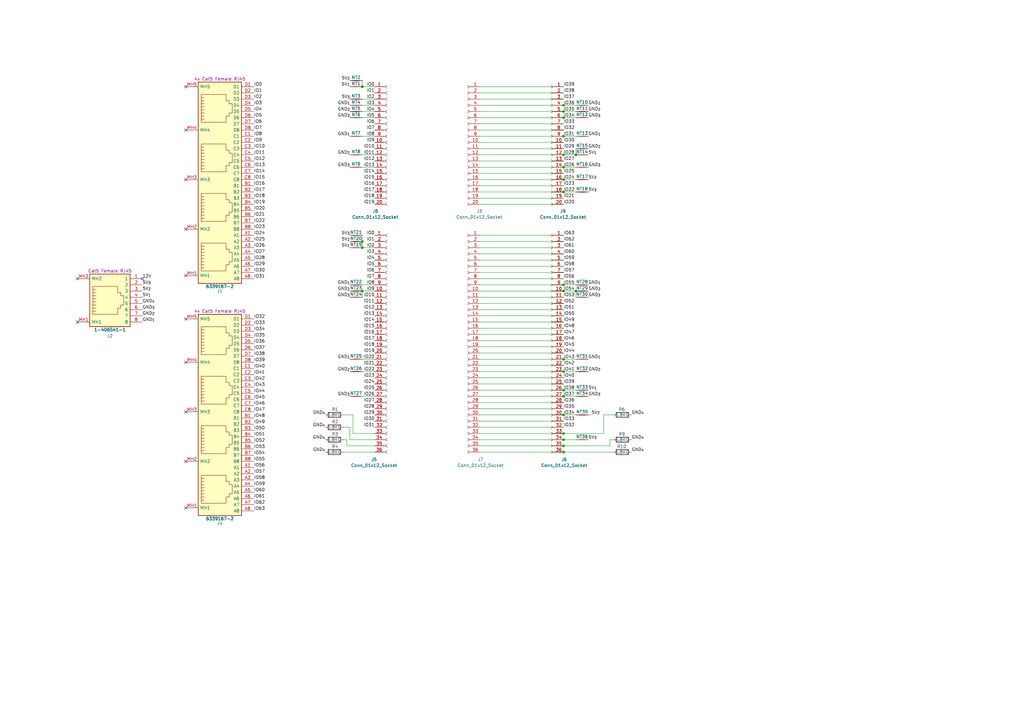
<source format=kicad_sch>
(kicad_sch (version 20250114) (generator "eeschema") (generator_version "9.0")
  (paper "A3")
  (title_block (title "HCP65 Component Tester") (date "2025-02-08") (rev "V0"))
  (lib_symbols
    (symbol "Connector:Conn_01x20_Socket" (pin_names (offset 1.016) (hide yes))
      (property "Reference" "J" (at 0 25.4 0))
      (property "Value" "Conn_01x20_Socket" (at 0 -27.94 0))
      (symbol "Conn_01x20_Socket_1_1"
        (pin passive line (at -5.08 22.86 0) (length 3.81) (name "Pin_1") (number "1"))
        (pin passive line (at -5.08 20.32 0) (length 3.81) (name "Pin_2") (number "2"))
        (pin passive line (at -5.08 17.78 0) (length 3.81) (name "Pin_3") (number "3"))
        (pin passive line (at -5.08 15.24 0) (length 3.81) (name "Pin_4") (number "4"))
        (pin passive line (at -5.08 12.7 0) (length 3.81) (name "Pin_5") (number "5"))
        (pin passive line (at -5.08 10.16 0) (length 3.81) (name "Pin_6") (number "6"))
        (pin passive line (at -5.08 7.62 0) (length 3.81) (name "Pin_7") (number "7"))
        (pin passive line (at -5.08 5.08 0) (length 3.81) (name "Pin_8") (number "8"))
        (pin passive line (at -5.08 2.54 0) (length 3.81) (name "Pin_9") (number "9"))
        (pin passive line (at -5.08 0 0) (length 3.81) (name "Pin_10") (number "10"))
        (pin passive line (at -5.08 -2.54 0) (length 3.81) (name "Pin_11") (number "11"))
        (pin passive line (at -5.08 -5.08 0) (length 3.81) (name "Pin_12") (number "12"))
        (pin passive line (at -5.08 -7.62 0) (length 3.81) (name "Pin_13") (number "13"))
        (pin passive line (at -5.08 -10.16 0) (length 3.81) (name "Pin_14") (number "14"))
        (pin passive line (at -5.08 -12.7 0) (length 3.81) (name "Pin_15") (number "15"))
        (pin passive line (at -5.08 -15.24 0) (length 3.81) (name "Pin_16") (number "16"))
        (pin passive line (at -5.08 -17.78 0) (length 3.81) (name "Pin_17") (number "17"))
        (pin passive line (at -5.08 -20.32 0) (length 3.81) (name "Pin_18") (number "18"))
        (pin passive line (at -5.08 -22.86 0) (length 3.81) (name "Pin_19") (number "19"))
        (pin passive line (at -5.08 -25.4 0) (length 3.81) (name "Pin_20") (number "20"))
      )
    )
    (symbol "Connector:Conn_01x36_Socket" (pin_names (offset 1.016) (hide yes))
      (property "Reference" "J" (at 0 45.72 0))
      (property "Value" "Conn_01x36_Socket" (at 0 -48.26 0))
      (symbol "Conn_01x36_Socket_1_1"
        (pin passive line (at -5.08 43.18 0) (length 3.81) (name "Pin_1") (number "1"))
        (pin passive line (at -5.08 40.64 0) (length 3.81) (name "Pin_2") (number "2"))
        (pin passive line (at -5.08 38.1 0) (length 3.81) (name "Pin_3") (number "3"))
        (pin passive line (at -5.08 35.56 0) (length 3.81) (name "Pin_4") (number "4"))
        (pin passive line (at -5.08 33.02 0) (length 3.81) (name "Pin_5") (number "5"))
        (pin passive line (at -5.08 30.48 0) (length 3.81) (name "Pin_6") (number "6"))
        (pin passive line (at -5.08 27.94 0) (length 3.81) (name "Pin_7") (number "7"))
        (pin passive line (at -5.08 25.4 0) (length 3.81) (name "Pin_8") (number "8"))
        (pin passive line (at -5.08 22.86 0) (length 3.81) (name "Pin_9") (number "9"))
        (pin passive line (at -5.08 20.32 0) (length 3.81) (name "Pin_10") (number "10"))
        (pin passive line (at -5.08 17.78 0) (length 3.81) (name "Pin_11") (number "11"))
        (pin passive line (at -5.08 15.24 0) (length 3.81) (name "Pin_12") (number "12"))
        (pin passive line (at -5.08 12.7 0) (length 3.81) (name "Pin_13") (number "13"))
        (pin passive line (at -5.08 10.16 0) (length 3.81) (name "Pin_14") (number "14"))
        (pin passive line (at -5.08 7.62 0) (length 3.81) (name "Pin_15") (number "15"))
        (pin passive line (at -5.08 5.08 0) (length 3.81) (name "Pin_16") (number "16"))
        (pin passive line (at -5.08 2.54 0) (length 3.81) (name "Pin_17") (number "17"))
        (pin passive line (at -5.08 0 0) (length 3.81) (name "Pin_18") (number "18"))
        (pin passive line (at -5.08 -2.54 0) (length 3.81) (name "Pin_19") (number "19"))
        (pin passive line (at -5.08 -5.08 0) (length 3.81) (name "Pin_20") (number "20"))
        (pin passive line (at -5.08 -7.62 0) (length 3.81) (name "Pin_21") (number "21"))
        (pin passive line (at -5.08 -10.16 0) (length 3.81) (name "Pin_22") (number "22"))
        (pin passive line (at -5.08 -12.7 0) (length 3.81) (name "Pin_23") (number "23"))
        (pin passive line (at -5.08 -15.24 0) (length 3.81) (name "Pin_24") (number "24"))
        (pin passive line (at -5.08 -17.78 0) (length 3.81) (name "Pin_25") (number "25"))
        (pin passive line (at -5.08 -20.32 0) (length 3.81) (name "Pin_26") (number "26"))
        (pin passive line (at -5.08 -22.86 0) (length 3.81) (name "Pin_27") (number "27"))
        (pin passive line (at -5.08 -25.4 0) (length 3.81) (name "Pin_28") (number "28"))
        (pin passive line (at -5.08 -27.94 0) (length 3.81) (name "Pin_29") (number "29"))
        (pin passive line (at -5.08 -30.48 0) (length 3.81) (name "Pin_30") (number "30"))
        (pin passive line (at -5.08 -33.02 0) (length 3.81) (name "Pin_31") (number "31"))
        (pin passive line (at -5.08 -35.56 0) (length 3.81) (name "Pin_32") (number "32"))
        (pin passive line (at -5.08 -38.1 0) (length 3.81) (name "Pin_33") (number "33"))
        (pin passive line (at -5.08 -40.64 0) (length 3.81) (name "Pin_34") (number "34"))
        (pin passive line (at -5.08 -43.18 0) (length 3.81) (name "Pin_35") (number "35"))
        (pin passive line (at -5.08 -45.72 0) (length 3.81) (name "Pin_36") (number "36"))
      )
    )
    (symbol "Device:NetTie_2" (pin_numbers (hide yes)) (pin_names (offset 0) (hide yes)) (in_bom no)
      (property "Reference" "NT" (at 0 1.27 0))
      (property "Value" "NetTie_2" (at 0 -1.27 0))
      (symbol "NetTie_2_1_1"
        (pin passive line (at -2.54 0 0) (length 2.54) (name "1") (number "1"))
        (pin passive line (at 2.54 0 180) (length 2.54) (name "2") (number "2"))
      )
    )
    (symbol "Device:R" (pin_numbers (hide yes)) (pin_names (offset 0))
      (property "Reference" "R" (at 2.032 0 90))
      (property "Value" "R" (at 0 0 90))
      (symbol "R_1_1"
        (pin passive line (at 0 3.81 270) (length 1.27) (name "~") (number "1"))
        (pin passive line (at 0 -3.81 90) (length 1.27) (name "~") (number "2"))
      )
    )
    (symbol "TE_Connectivity:1-406541-1" (pin_names (offset 0.762))
      (property "Reference" "J" (at -13.335 5.715 0))
      (property "Value" "1-406541-1" (at -13.335 3.175 0))
      (property "Description" "Cat5 Female RJ45" (at -13.335 -20.955 0))
      (symbol "1-406541-1_0_0"
        (pin passive line (at 0 0 180) (length 5.08) (name "8") (number "8"))
        (pin passive line (at 0 -2.54 180) (length 5.08) (name "7") (number "7"))
        (pin passive line (at 0 -5.08 180) (length 5.08) (name "6") (number "6"))
        (pin passive line (at 0 -7.62 180) (length 5.08) (name "5") (number "5"))
        (pin passive line (at 0 -10.16 180) (length 5.08) (name "4") (number "4"))
        (pin passive line (at 0 -12.7 180) (length 5.08) (name "3") (number "3"))
        (pin passive line (at 0 -15.24 180) (length 5.08) (name "2") (number "2"))
        (pin passive line (at 0 -17.78 180) (length 5.08) (name "1") (number "1"))
      )
      (symbol "1-406541-1_1_0"
        (pin passive line (at -26.67 0 0) (length 5.08) (name "MH1") (number "MH1"))
        (pin passive line (at -26.67 -17.78 0) (length 5.08) (name "MH2") (number "MH2"))
      )
    )
    (symbol "TE_Connectivity:6339167-2" (pin_names (offset 0.762))
      (property "Reference" "J" (at -13.97 5.08 0))
      (property "Value" "6339167-2" (at -13.97 3.175 0))
      (property "Description" "4x Cat5 Female RJ45" (at -13.97 -81.915 0))
      (symbol "6339167-2_0_0"
        (pin passive line (at -27.94 -1.27 0) (length 5.08) (name "MH1") (number "MH1"))
        (pin passive line (at -27.94 -20.32 0) (length 5.08) (name "MH2") (number "MH2"))
        (pin passive line (at -27.94 -40.64 0) (length 5.08) (name "MH3") (number "MH3"))
        (pin passive line (at -27.94 -60.96 0) (length 5.08) (name "MH4") (number "MH4"))
        (pin passive line (at -27.94 -78.74 0) (length 5.08) (name "MH5") (number "MH5"))
        (pin passive line (at 0 0 180) (length 5.08) (name "A8") (number "A8"))
        (pin passive line (at 0 -2.54 180) (length 5.08) (name "A7") (number "A7"))
        (pin passive line (at 0 -5.08 180) (length 5.08) (name "A6") (number "A6"))
        (pin passive line (at 0 -7.62 180) (length 5.08) (name "A5") (number "A5"))
        (pin passive line (at 0 -10.16 180) (length 5.08) (name "A4") (number "A4"))
        (pin passive line (at 0 -12.7 180) (length 5.08) (name "A3") (number "A3"))
        (pin passive line (at 0 -15.24 180) (length 5.08) (name "A2") (number "A2"))
        (pin passive line (at 0 -17.78 180) (length 5.08) (name "A1") (number "A1"))
        (pin passive line (at 0 -20.32 180) (length 5.08) (name "B8") (number "B8"))
        (pin passive line (at 0 -22.86 180) (length 5.08) (name "B7") (number "B7"))
        (pin passive line (at 0 -25.4 180) (length 5.08) (name "B6") (number "B6"))
        (pin passive line (at 0 -27.94 180) (length 5.08) (name "B5") (number "B5"))
        (pin passive line (at 0 -30.48 180) (length 5.08) (name "B4") (number "B4"))
        (pin passive line (at 0 -33.02 180) (length 5.08) (name "B3") (number "B3"))
        (pin passive line (at 0 -35.56 180) (length 5.08) (name "B2") (number "B2"))
        (pin passive line (at 0 -38.1 180) (length 5.08) (name "B1") (number "B1"))
        (pin passive line (at 0 -40.64 180) (length 5.08) (name "C8") (number "C8"))
        (pin passive line (at 0 -43.18 180) (length 5.08) (name "C7") (number "C7"))
        (pin passive line (at 0 -45.72 180) (length 5.08) (name "C6") (number "C6"))
        (pin passive line (at 0 -48.26 180) (length 5.08) (name "C5") (number "C5"))
        (pin passive line (at 0 -50.8 180) (length 5.08) (name "C4") (number "C4"))
        (pin passive line (at 0 -53.34 180) (length 5.08) (name "C3") (number "C3"))
        (pin passive line (at 0 -55.88 180) (length 5.08) (name "C2") (number "C2"))
        (pin passive line (at 0 -58.42 180) (length 5.08) (name "C1") (number "C1"))
        (pin passive line (at 0 -60.96 180) (length 5.08) (name "D8") (number "D8"))
        (pin passive line (at 0 -63.5 180) (length 5.08) (name "D7") (number "D7"))
        (pin passive line (at 0 -66.04 180) (length 5.08) (name "D6") (number "D6"))
        (pin passive line (at 0 -68.58 180) (length 5.08) (name "D5") (number "D5"))
        (pin passive line (at 0 -71.12 180) (length 5.08) (name "D4") (number "D4"))
        (pin passive line (at 0 -73.66 180) (length 5.08) (name "D3") (number "D3"))
        (pin passive line (at 0 -76.2 180) (length 5.08) (name "D2") (number "D2"))
        (pin passive line (at 0 -78.74 180) (length 5.08) (name "D1") (number "D1"))
      )
    )
  )
  (junction (at 231.14 55.88))
  (junction (at 231.14 43.18))
  (junction (at 148.59 99.06))
  (junction (at 148.59 35.56))
  (junction (at 148.59 101.6))
  (junction (at 231.14 182.88))
  (junction (at 231.14 180.34))
  (junction (at 231.14 116.84))
  (junction (at 231.14 170.18))
  (junction (at 231.14 45.72))
  (junction (at 231.14 177.8))
  (junction (at 231.14 68.58))
  (junction (at 231.14 63.5))
  (junction (at 231.14 73.66))
  (junction (at 231.14 119.38))
  (junction (at 231.14 48.26))
  (junction (at 231.14 162.56))
  (junction (at 231.14 160.02))
  (junction (at 231.14 152.4))
  (junction (at 231.14 185.42))
  (junction (at 236.22 63.5))
  (junction (at 148.59 119.38))
  (junction (at 231.14 78.74))
  (junction (at 236.22 119.38))
  (junction (at 231.14 147.32))
  (no_connect (at 31.75 132.08))
  (no_connect (at 76.2 53.34))
  (no_connect (at 76.2 148.59))
  (no_connect (at 76.2 93.98))
  (no_connect (at 76.2 73.66))
  (no_connect (at 76.2 189.23))
  (no_connect (at 76.2 168.91))
  (no_connect (at 76.2 208.28))
  (no_connect (at 76.2 130.81))
  (no_connect (at 76.2 35.56))
  (no_connect (at 76.2 113.03))
  (no_connect (at 31.75 114.3))
  (no_connect (at 58.42 114.3))
  (wire (pts (xy 196.85 76.2) (xy 231.14 76.2)))
  (wire (pts (xy 250.19 182.88) (xy 250.19 180.34)))
  (wire (pts (xy 196.85 175.26) (xy 231.14 175.26)))
  (wire (pts (xy 247.65 170.18) (xy 251.46 170.18)))
  (wire (pts (xy 148.59 147.32) (xy 153.67 147.32)))
  (wire (pts (xy 196.85 154.94) (xy 231.14 154.94)))
  (wire (pts (xy 148.59 119.38) (xy 148.59 121.92)))
  (wire (pts (xy 236.22 180.34) (xy 231.14 180.34)))
  (wire (pts (xy 148.59 40.64) (xy 153.67 40.64)))
  (wire (pts (xy 148.59 33.02) (xy 148.59 35.56)))
  (wire (pts (xy 196.85 129.54) (xy 231.14 129.54)))
  (wire (pts (xy 231.14 119.38) (xy 236.22 119.38)))
  (wire (pts (xy 231.14 162.56) (xy 236.22 162.56)))
  (wire (pts (xy 143.51 180.34) (xy 143.51 175.26)))
  (wire (pts (xy 148.59 63.5) (xy 153.67 63.5)))
  (wire (pts (xy 196.85 68.58) (xy 231.14 68.58)))
  (wire (pts (xy 153.67 180.34) (xy 143.51 180.34)))
  (wire (pts (xy 196.85 182.88) (xy 231.14 182.88)))
  (wire (pts (xy 196.85 134.62) (xy 231.14 134.62)))
  (wire (pts (xy 196.85 167.64) (xy 231.14 167.64)))
  (wire (pts (xy 196.85 83.82) (xy 231.14 83.82)))
  (wire (pts (xy 196.85 172.72) (xy 231.14 172.72)))
  (wire (pts (xy 153.67 177.8) (xy 144.78 177.8)))
  (wire (pts (xy 196.85 63.5) (xy 231.14 63.5)))
  (wire (pts (xy 196.85 162.56) (xy 231.14 162.56)))
  (wire (pts (xy 148.59 152.4) (xy 153.67 152.4)))
  (wire (pts (xy 236.22 116.84) (xy 231.14 116.84)))
  (wire (pts (xy 236.22 147.32) (xy 231.14 147.32)))
  (wire (pts (xy 196.85 55.88) (xy 231.14 55.88)))
  (wire (pts (xy 196.85 119.38) (xy 231.14 119.38)))
  (wire (pts (xy 144.78 170.18) (xy 140.97 170.18)))
  (wire (pts (xy 250.19 180.34) (xy 251.46 180.34)))
  (wire (pts (xy 247.65 177.8) (xy 247.65 170.18)))
  (wire (pts (xy 196.85 114.3) (xy 231.14 114.3)))
  (wire (pts (xy 142.24 180.34) (xy 140.97 180.34)))
  (wire (pts (xy 196.85 96.52) (xy 231.14 96.52)))
  (wire (pts (xy 231.14 170.18) (xy 236.22 170.18)))
  (wire (pts (xy 148.59 119.38) (xy 153.67 119.38)))
  (wire (pts (xy 196.85 142.24) (xy 231.14 142.24)))
  (wire (pts (xy 231.14 48.26) (xy 236.22 48.26)))
  (wire (pts (xy 196.85 38.1) (xy 231.14 38.1)))
  (wire (pts (xy 196.85 101.6) (xy 231.14 101.6)))
  (wire (pts (xy 196.85 132.08) (xy 231.14 132.08)))
  (wire (pts (xy 231.14 43.18) (xy 236.22 43.18)))
  (wire (pts (xy 196.85 60.96) (xy 231.14 60.96)))
  (wire (pts (xy 196.85 111.76) (xy 231.14 111.76)))
  (wire (pts (xy 196.85 149.86) (xy 231.14 149.86)))
  (wire (pts (xy 231.14 45.72) (xy 236.22 45.72)))
  (wire (pts (xy 196.85 165.1) (xy 231.14 165.1)))
  (wire (pts (xy 196.85 40.64) (xy 231.14 40.64)))
  (wire (pts (xy 153.67 48.26) (xy 148.59 48.26)))
  (wire (pts (xy 148.59 35.56) (xy 153.67 35.56)))
  (wire (pts (xy 196.85 58.42) (xy 231.14 58.42)))
  (wire (pts (xy 236.22 119.38) (xy 236.22 121.92)))
  (wire (pts (xy 148.59 45.72) (xy 153.67 45.72)))
  (wire (pts (xy 196.85 185.42) (xy 231.14 185.42)))
  (wire (pts (xy 196.85 137.16) (xy 231.14 137.16)))
  (wire (pts (xy 231.14 182.88) (xy 250.19 182.88)))
  (wire (pts (xy 231.14 160.02) (xy 236.22 160.02)))
  (wire (pts (xy 196.85 157.48) (xy 231.14 157.48)))
  (wire (pts (xy 148.59 96.52) (xy 148.59 99.06)))
  (wire (pts (xy 196.85 144.78) (xy 231.14 144.78)))
  (wire (pts (xy 236.22 78.74) (xy 231.14 78.74)))
  (wire (pts (xy 196.85 81.28) (xy 231.14 81.28)))
  (wire (pts (xy 143.51 175.26) (xy 140.97 175.26)))
  (wire (pts (xy 196.85 139.7) (xy 231.14 139.7)))
  (wire (pts (xy 196.85 78.74) (xy 231.14 78.74)))
  (wire (pts (xy 196.85 104.14) (xy 231.14 104.14)))
  (wire (pts (xy 196.85 45.72) (xy 231.14 45.72)))
  (wire (pts (xy 140.97 185.42) (xy 153.67 185.42)))
  (wire (pts (xy 196.85 152.4) (xy 231.14 152.4)))
  (wire (pts (xy 196.85 170.18) (xy 231.14 170.18)))
  (wire (pts (xy 196.85 147.32) (xy 231.14 147.32)))
  (wire (pts (xy 251.46 185.42) (xy 231.14 185.42)))
  (wire (pts (xy 196.85 160.02) (xy 231.14 160.02)))
  (wire (pts (xy 196.85 109.22) (xy 231.14 109.22)))
  (wire (pts (xy 241.3 170.18) (xy 242.57 170.18)))
  (wire (pts (xy 196.85 127) (xy 231.14 127)))
  (wire (pts (xy 142.24 182.88) (xy 142.24 180.34)))
  (wire (pts (xy 144.78 177.8) (xy 144.78 170.18)))
  (wire (pts (xy 196.85 53.34) (xy 231.14 53.34)))
  (wire (pts (xy 196.85 50.8) (xy 231.14 50.8)))
  (wire (pts (xy 153.67 162.56) (xy 148.59 162.56)))
  (wire (pts (xy 196.85 66.04) (xy 231.14 66.04)))
  (wire (pts (xy 196.85 116.84) (xy 231.14 116.84)))
  (wire (pts (xy 196.85 73.66) (xy 231.14 73.66)))
  (wire (pts (xy 196.85 124.46) (xy 231.14 124.46)))
  (wire (pts (xy 148.59 116.84) (xy 153.67 116.84)))
  (wire (pts (xy 148.59 101.6) (xy 153.67 101.6)))
  (wire (pts (xy 231.14 55.88) (xy 236.22 55.88)))
  (wire (pts (xy 236.22 60.96) (xy 236.22 63.5)))
  (wire (pts (xy 196.85 35.56) (xy 231.14 35.56)))
  (wire (pts (xy 196.85 99.06) (xy 231.14 99.06)))
  (wire (pts (xy 148.59 55.88) (xy 153.67 55.88)))
  (wire (pts (xy 231.14 73.66) (xy 236.22 73.66)))
  (wire (pts (xy 148.59 99.06) (xy 148.59 101.6)))
  (wire (pts (xy 236.22 152.4) (xy 231.14 152.4)))
  (wire (pts (xy 231.14 177.8) (xy 247.65 177.8)))
  (wire (pts (xy 196.85 71.12) (xy 231.14 71.12)))
  (wire (pts (xy 196.85 43.18) (xy 231.14 43.18)))
  (wire (pts (xy 231.14 63.5) (xy 236.22 63.5)))
  (wire (pts (xy 196.85 180.34) (xy 231.14 180.34)))
  (wire (pts (xy 153.67 68.58) (xy 148.59 68.58)))
  (wire (pts (xy 196.85 177.8) (xy 231.14 177.8)))
  (wire (pts (xy 196.85 48.26) (xy 231.14 48.26)))
  (wire (pts (xy 148.59 43.18) (xy 153.67 43.18)))
  (wire (pts (xy 196.85 121.92) (xy 231.14 121.92)))
  (wire (pts (xy 196.85 106.68) (xy 231.14 106.68)))
  (wire (pts (xy 153.67 182.88) (xy 142.24 182.88)))
  (wire (pts (xy 231.14 68.58) (xy 236.22 68.58)))
  (label "IO29" (at 153.67 170.18 180))
  (label "GND_{2}" (at 143.51 152.4 180))
  (label "IO49" (at 231.14 132.08 0))
  (label "IO43" (at 231.14 147.32 0))
  (label "IO4" (at 153.67 106.68 180))
  (label "GND_{4}" (at 133.35 180.34 180))
  (label "IO52" (at 104.14 181.61 0))
  (label "IO13" (at 153.67 68.58 180))
  (label "IO5" (at 104.14 48.26 0))
  (label "IO48" (at 231.14 134.62 0))
  (label "IO14" (at 153.67 132.08 180))
  (label "IO36" (at 231.14 165.1 0))
  (label "IO63" (at 104.14 209.55 0))
  (label "IO29" (at 104.14 109.22 0))
  (label "IO35" (at 231.14 167.64 0))
  (label "5V_{3}" (at 143.51 40.64 180))
  (label "IO54" (at 231.14 119.38 0))
  (label "IO9" (at 153.67 58.42 180))
  (label "IO18" (at 153.67 142.24 180))
  (label "IO51" (at 231.14 127 0))
  (label "IO13" (at 153.67 129.54 180))
  (label "IO2" (at 153.67 101.6 180))
  (label "IO4" (at 104.14 45.72 0))
  (label "IO33" (at 231.14 50.8 0))
  (label "IO1" (at 153.67 38.1 180))
  (label "IO44" (at 104.14 161.29 0))
  (label "IO2" (at 153.67 40.64 180))
  (label "IO34" (at 104.14 135.89 0))
  (label "IO12" (at 104.14 66.04 0))
  (label "IO17" (at 104.14 78.74 0))
  (label "IO8" (at 153.67 55.88 180))
  (label "IO56" (at 104.14 191.77 0))
  (label "IO3" (at 153.67 43.18 180))
  (label "5V_{1}" (at 241.3 63.5 0))
  (label "IO10" (at 153.67 60.96 180))
  (label "IO21" (at 231.14 81.28 0))
  (label "IO28" (at 231.14 63.5 0))
  (label "GND_{4}" (at 259.08 180.34 0))
  (label "IO61" (at 104.14 204.47 0))
  (label "IO26" (at 104.14 101.6 0))
  (label "IO53" (at 104.14 184.15 0))
  (label "IO11" (at 104.14 63.5 0))
  (label "5V_{1}" (at 58.42 121.92 0))
  (label "IO44" (at 231.14 144.78 0))
  (label "5V_{3}" (at 241.3 78.74 0))
  (label "IO38" (at 231.14 38.1 0))
  (label "IO50" (at 231.14 129.54 0))
  (label "GND_{3}" (at 241.3 121.92 0))
  (label "GND_{4}" (at 133.35 185.42 180))
  (label "IO32" (at 104.14 130.81 0))
  (label "IO17" (at 153.67 139.7 180))
  (label "GND_{3}" (at 241.3 162.56 0))
  (label "IO22" (at 153.67 152.4 180))
  (label "IO40" (at 231.14 154.94 0))
  (label "IO26" (at 153.67 162.56 180))
  (label "IO3" (at 153.67 104.14 180))
  (label "IO5" (at 153.67 109.22 180))
  (label "IO46" (at 231.14 139.7 0))
  (label "IO39" (at 231.14 157.48 0))
  (label "GND_{1}" (at 241.3 43.18 0))
  (label "IO23" (at 104.14 93.98 0))
  (label "IO21" (at 153.67 149.86 180))
  (label "IO24" (at 153.67 157.48 180))
  (label "GND_{1}" (at 143.51 116.84 180))
  (label "GND_{4}" (at 58.42 124.46 0))
  (label "5V_{3}" (at 241.3 180.34 0))
  (label "IO16" (at 153.67 137.16 180))
  (label "IO30" (at 231.14 58.42 0))
  (label "IO52" (at 231.14 124.46 0))
  (label "IO49" (at 104.14 173.99 0))
  (label "GND_{3}" (at 143.51 121.92 180))
  (label "IO37" (at 104.14 143.51 0))
  (label "IO22" (at 231.14 78.74 0))
  (label "IO10" (at 153.67 121.92 180))
  (label "IO23" (at 231.14 76.2 0))
  (label "IO38" (at 231.14 160.02 0))
  (label "5V_{3}" (at 143.51 96.52 180))
  (label "IO18" (at 153.67 81.28 180))
  (label "IO28" (at 104.14 106.68 0))
  (label "GND_{1}" (at 143.51 147.32 180))
  (label "5V_{2}" (at 58.42 119.38 0))
  (label "IO47" (at 104.14 168.91 0))
  (label "GND_{2}" (at 241.3 45.72 0))
  (label "IO57" (at 231.14 111.76 0))
  (label "IO55" (at 231.14 116.84 0))
  (label "5V_{2}" (at 143.51 33.02 180))
  (label "IO41" (at 104.14 153.67 0))
  (label "IO13" (at 104.14 68.58 0))
  (label "IO61" (at 231.14 101.6 0))
  (label "IO27" (at 104.14 104.14 0))
  (label "GND_{3}" (at 241.3 48.26 0))
  (label "IO14" (at 153.67 71.12 180))
  (label "IO12" (at 153.67 127 180))
  (label "GND_{1}" (at 143.51 43.18 180))
  (label "IO21" (at 104.14 88.9 0))
  (label "IO15" (at 153.67 134.62 180))
  (label "5V_{2}" (at 143.51 99.06 180))
  (label "5V_{1}" (at 143.51 101.6 180))
  (label "IO51" (at 104.14 179.07 0))
  (label "IO30" (at 153.67 172.72 180))
  (label "IO19" (at 104.14 83.82 0))
  (label "IO63" (at 231.14 96.52 0))
  (label "IO45" (at 231.14 142.24 0))
  (label "IO27" (at 231.14 66.04 0))
  (label "IO58" (at 231.14 109.22 0))
  (label "GND_{3}" (at 143.51 68.58 180))
  (label "IO27" (at 153.67 165.1 180))
  (label "GND_{3}" (at 58.42 127 0))
  (label "IO6" (at 153.67 111.76 180))
  (label "IO11" (at 153.67 63.5 180))
  (label "GND_{2}" (at 241.3 119.38 0))
  (label "IO29" (at 231.14 60.96 0))
  (label "IO34" (at 231.14 48.26 0))
  (label "IO0" (at 104.14 35.56 0))
  (label "IO45" (at 104.14 163.83 0))
  (label "IO1" (at 153.67 99.06 180))
  (label "IO25" (at 153.67 160.02 180))
  (label "IO34" (at 231.14 170.18 0))
  (label "IO25" (at 104.14 99.06 0))
  (label "GND_{4}" (at 259.08 170.18 0))
  (label "IO30" (at 104.14 111.76 0))
  (label "GND_{2}" (at 241.3 152.4 0))
  (label "IO38" (at 104.14 146.05 0))
  (label "GND_{2}" (at 143.51 119.38 180))
  (label "IO8" (at 104.14 55.88 0))
  (label "IO11" (at 153.67 124.46 180))
  (label "IO32" (at 231.14 53.34 0))
  (label "IO22" (at 104.14 91.44 0))
  (label "IO55" (at 104.14 189.23 0))
  (label "IO12" (at 153.67 66.04 180))
  (label "5V_{2}" (at 241.3 73.66 0))
  (label "IO15" (at 104.14 73.66 0))
  (label "IO46" (at 104.14 166.37 0))
  (label "IO8" (at 153.67 116.84 180))
  (label "IO15" (at 153.67 73.66 180))
  (label "IO7" (at 153.67 53.34 180))
  (label "IO31" (at 153.67 175.26 180))
  (label "IO37" (at 231.14 162.56 0))
  (label "IO37" (at 231.14 40.64 0))
  (label "IO39" (at 231.14 35.56 0))
  (label "GND_{3}" (at 143.51 162.56 180))
  (label "GND_{4}" (at 133.35 175.26 180))
  (label "GND_{1}" (at 241.3 116.84 0))
  (label "IO7" (at 104.14 53.34 0))
  (label "12V" (at 58.42 114.3 0))
  (label "5V_{2}" (at 242.57 170.18 0))
  (label "IO3" (at 104.14 43.18 0))
  (label "IO31" (at 231.14 55.88 0))
  (label "GND_{2}" (at 241.3 60.96 0))
  (label "IO20" (at 153.67 147.32 180))
  (label "IO60" (at 104.14 201.93 0))
  (label "IO24" (at 231.14 73.66 0))
  (label "GND_{1}" (at 58.42 132.08 0))
  (label "IO32" (at 231.14 175.26 0))
  (label "IO9" (at 153.67 119.38 180))
  (label "IO6" (at 104.14 50.8 0))
  (label "IO47" (at 231.14 137.16 0))
  (label "GND_{1}" (at 241.3 55.88 0))
  (label "IO24" (at 104.14 96.52 0))
  (label "5V_{1}" (at 241.3 160.02 0))
  (label "IO41" (at 231.14 152.4 0))
  (label "GND_{1}" (at 143.51 55.88 180))
  (label "IO62" (at 104.14 207.01 0))
  (label "IO20" (at 104.14 86.36 0))
  (label "IO25" (at 231.14 71.12 0))
  (label "IO40" (at 104.14 151.13 0))
  (label "GND_{3}" (at 143.51 48.26 180))
  (label "IO58" (at 104.14 196.85 0))
  (label "IO35" (at 104.14 138.43 0))
  (label "GND_{1}" (at 241.3 147.32 0))
  (label "GND_{4}" (at 133.35 170.18 180))
  (label "IO0" (at 153.67 35.56 180))
  (label "GND_{2}" (at 58.42 129.54 0))
  (label "IO60" (at 231.14 104.14 0))
  (label "5V_{1}" (at 143.51 35.56 180))
  (label "IO23" (at 153.67 154.94 180))
  (label "GND_{3}" (at 241.3 68.58 0))
  (label "IO31" (at 104.14 114.3 0))
  (label "IO43" (at 104.14 158.75 0))
  (label "IO42" (at 104.14 156.21 0))
  (label "GND_{2}" (at 143.51 45.72 180))
  (label "GND_{2}" (at 143.51 63.5 180))
  (label "IO17" (at 153.67 78.74 180))
  (label "IO39" (at 104.14 148.59 0))
  (label "IO33" (at 104.14 133.35 0))
  (label "IO9" (at 104.14 58.42 0))
  (label "IO28" (at 153.67 167.64 180))
  (label "IO1" (at 104.14 38.1 0))
  (label "IO6" (at 153.67 50.8 180))
  (label "IO56" (at 231.14 114.3 0))
  (label "IO62" (at 231.14 99.06 0))
  (label "IO2" (at 104.14 40.64 0))
  (label "IO59" (at 231.14 106.68 0))
  (label "IO19" (at 153.67 83.82 180))
  (label "IO7" (at 153.67 114.3 180))
  (label "IO20" (at 231.14 83.82 0))
  (label "IO4" (at 153.67 45.72 180))
  (label "IO59" (at 104.14 199.39 0))
  (label "5V_{3}" (at 58.42 116.84 0))
  (label "IO53" (at 231.14 121.92 0))
  (label "IO16" (at 153.67 76.2 180))
  (label "GND_{4}" (at 259.08 185.42 0))
  (label "IO18" (at 104.14 81.28 0))
  (label "IO5" (at 153.67 48.26 180))
  (label "IO35" (at 231.14 45.72 0))
  (label "IO42" (at 231.14 149.86 0))
  (label "IO10" (at 104.14 60.96 0))
  (label "IO54" (at 104.14 186.69 0))
  (label "IO33" (at 231.14 172.72 0))
  (label "IO19" (at 153.67 144.78 180))
  (label "IO36" (at 231.14 43.18 0))
  (label "IO16" (at 104.14 76.2 0))
  (label "IO50" (at 104.14 176.53 0))
  (label "IO0" (at 153.67 96.52 180))
  (label "IO48" (at 104.14 171.45 0))
  (label "IO57" (at 104.14 194.31 0))
  (label "IO36" (at 104.14 140.97 0))
  (label "IO14" (at 104.14 71.12 0))
  (label "IO26" (at 231.14 68.58 0))
  (symbol (lib_id "Device:NetTie_2") (at 146.05 147.32 0) (unit 1) (in_bom no)
    (property "Reference" "NT25" (at 146.05 146.05 0))
    (property "Value" "NetTie_2" (effects (hide yes)))
    (property "Footprint" "NetTie:NetTie-2_SMD_Pad0.5mm" (effects (hide yes)))
    (property "Description" "Net tie, 2 pins" (effects (hide yes)))
  )
  (symbol (lib_id "Device:NetTie_2") (at 238.76 60.96 0) (unit 1) (in_bom no)
    (property "Reference" "NT15" (at 238.76 59.69 0))
    (property "Value" "NetTie_2" (effects (hide yes)))
    (property "Footprint" "NetTie:NetTie-2_SMD_Pad0.5mm" (effects (hide yes)))
    (property "Description" "Net tie, 2 pins" (effects (hide yes)))
  )
  (symbol (lib_id "Device:NetTie_2") (at 146.05 99.06 0) (unit 1) (in_bom no)
    (property "Reference" "NT20" (at 146.05 97.79 0))
    (property "Value" "NetTie_2" (effects (hide yes)))
    (property "Footprint" "NetTie:NetTie-2_SMD_Pad0.5mm" (effects (hide yes)))
    (property "Description" "Net tie, 2 pins" (effects (hide yes)))
  )
  (symbol (lib_id "Connector:Conn_01x36_Socket") (at 158.75 139.7 0) (unit 1)
    (property "Reference" "J5" (at 153.416 188.468 0))
    (property "Value" "Conn_01x12_Socket" (at 153.416 190.8923 0))
    (property "Footprint" "Connector_PinSocket_2.54mm:PinSocket_1x36_P2.54mm_Vertical" (effects (hide yes)))
    (property "Description" "Generic connector, single row, 01x36, script generated" (effects (hide yes)))
  )
  (symbol (lib_id "TE_Connectivity:6339167-2") (at 104.14 114.3 0) (mirror x) (unit 1)
    (property "Reference" "J1" (at 90.17 119.38 0))
    (property "Value" "6339167-2" (at 90.17 117.475 0) (effects (font (bold yes))))
    (property "Footprint" "SamacSys_Parts:63391672" (effects (hide yes)))
    (property "Datasheet" "https://www.te.com/commerce/DocumentDelivery/DDEController?Action=srchrtrv&DocNm=6339167&DocType=Customer+Drawing&DocLang=English" (effects (hide yes)))
    (property "Description" "4x Cat5 Female RJ45" (at 90.17 32.385 0))
    (property "Description_1" "Body Features: Shield Plating Material Tin over Nickel | Modular Jack Latch Orientation Standard - Latch Down | Shield Material Copper Alloy | Connector Profile Standard | PCB Ground Tab Location 4.57 MM | PCB Ground Tab Location .18 INCH | Configuration Features: Connector Contact Density Standard | Number of Panel Ground Tabs 15 | Number of Loaded Positions 8 | Status Light Type Not Illuminated | Multiple Port Configuration Ganged | Number of PCB Ground Tabs 5 | PCB Mount Orientation Right Angle | Number " (effects (hide yes)))
    (property "Height" "16.1" (effects (hide yes)))
    (property "Manufacturer_Name" "TE Connectivity" (effects (hide yes)))
    (property "Manufacturer_Part_Number" "6339167-2" (effects (hide yes)))
    (property "Mouser Part Number" "571-6339167-2" (effects (hide yes)))
    (property "Mouser Price/Stock" "https://www.mouser.co.uk/ProductDetail/TE-Connectivity-Alcoswitch/6339167-2?qs=Il0cmQ4mt8LMMudP2tjy4A%3D%3D" (effects (hide yes)))
    (property "Arrow Part Number" "6339167-2" (effects (hide yes)))
    (property "Arrow Price/Stock" "https://www.arrow.com/en/products/6339167-2/te-connectivity?region=nac" (effects (hide yes)))
  )
  (symbol (lib_id "Device:NetTie_2") (at 238.76 170.18 0) (unit 1) (in_bom no)
    (property "Reference" "NT35" (at 238.76 168.91 0))
    (property "Value" "NetTie_2" (effects (hide yes)))
    (property "Footprint" "NetTie:NetTie-2_SMD_Pad0.5mm" (effects (hide yes)))
    (property "Description" "Net tie, 2 pins" (effects (hide yes)))
  )
  (symbol (lib_id "Device:NetTie_2") (at 238.76 116.84 0) (unit 1) (in_bom no)
    (property "Reference" "NT28" (at 238.76 115.57 0))
    (property "Value" "NetTie_2" (effects (hide yes)))
    (property "Footprint" "NetTie:NetTie-2_SMD_Pad0.5mm" (effects (hide yes)))
    (property "Description" "Net tie, 2 pins" (effects (hide yes)))
  )
  (symbol (lib_id "Device:NetTie_2") (at 238.76 73.66 0) (unit 1) (in_bom no)
    (property "Reference" "NT17" (at 238.76 72.39 0))
    (property "Value" "NetTie_2" (effects (hide yes)))
    (property "Footprint" "NetTie:NetTie-2_SMD_Pad0.5mm" (effects (hide yes)))
    (property "Description" "Net tie, 2 pins" (effects (hide yes)))
  )
  (symbol (lib_id "Device:NetTie_2") (at 238.76 78.74 0) (unit 1) (in_bom no)
    (property "Reference" "NT18" (at 238.76 77.47 0))
    (property "Value" "NetTie_2" (effects (hide yes)))
    (property "Footprint" "NetTie:NetTie-2_SMD_Pad0.5mm" (effects (hide yes)))
    (property "Description" "Net tie, 2 pins" (effects (hide yes)))
  )
  (symbol (lib_id "Device:NetTie_2") (at 146.05 116.84 0) (unit 1) (in_bom no)
    (property "Reference" "NT22" (at 146.05 115.57 0))
    (property "Value" "NetTie_2" (effects (hide yes)))
    (property "Footprint" "NetTie:NetTie-2_SMD_Pad0.5mm" (effects (hide yes)))
    (property "Description" "Net tie, 2 pins" (effects (hide yes)))
  )
  (symbol (lib_id "Device:NetTie_2") (at 238.76 147.32 0) (unit 1) (in_bom no)
    (property "Reference" "NT31" (at 238.76 146.05 0))
    (property "Value" "NetTie_2" (effects (hide yes)))
    (property "Footprint" "NetTie:NetTie-2_SMD_Pad0.5mm" (effects (hide yes)))
    (property "Description" "Net tie, 2 pins" (effects (hide yes)))
  )
  (symbol (lib_id "Device:NetTie_2") (at 238.76 63.5 0) (unit 1) (in_bom no)
    (property "Reference" "NT14" (at 238.76 62.23 0))
    (property "Value" "NetTie_2" (effects (hide yes)))
    (property "Footprint" "NetTie:NetTie-2_SMD_Pad0.5mm" (effects (hide yes)))
    (property "Description" "Net tie, 2 pins" (effects (hide yes)))
  )
  (symbol (lib_id "Connector:Conn_01x20_Socket") (at 226.06 58.42 0) (mirror y) (unit 1)
    (property "Reference" "J9" (at 230.886 86.614 0))
    (property "Value" "Conn_01x12_Socket" (at 230.886 89.0383 0))
    (property "Footprint" "Connector_PinSocket_2.54mm:PinSocket_1x20_P2.54mm_Vertical" (effects (hide yes)))
    (property "Description" "Generic connector, single row, 01x20, script generated" (effects (hide yes)))
  )
  (symbol (lib_id "Device:NetTie_2") (at 146.05 152.4 0) (unit 1) (in_bom no)
    (property "Reference" "NT26" (at 146.05 151.13 0))
    (property "Value" "NetTie_2" (effects (hide yes)))
    (property "Footprint" "NetTie:NetTie-2_SMD_Pad0.5mm" (effects (hide yes)))
    (property "Description" "Net tie, 2 pins" (effects (hide yes)))
  )
  (symbol (lib_id "Device:NetTie_2") (at 238.76 152.4 0) (unit 1) (in_bom no)
    (property "Reference" "NT32" (at 238.76 151.13 0))
    (property "Value" "NetTie_2" (effects (hide yes)))
    (property "Footprint" "NetTie:NetTie-2_SMD_Pad0.5mm" (effects (hide yes)))
    (property "Description" "Net tie, 2 pins" (effects (hide yes)))
  )
  (symbol (lib_id "Device:R") (at 255.27 170.18 270) (mirror x) (unit 1)
    (property "Reference" "R6" (at 255.016 167.894 90))
    (property "Value" "6.8KΩ" (at 255.27 170.18 90))
    (property "Footprint" "Resistor_THT:R_Axial_DIN0207_L6.3mm_D2.5mm_P7.62mm_Horizontal" (effects (hide yes)))
    (property "Description" "Resistor" (effects (hide yes)))
  )
  (symbol (lib_id "Connector:Conn_01x20_Socket") (at 191.77 58.42 0) (mirror y) (unit 1)
    (property "Reference" "J3" (at 196.596 86.614 0))
    (property "Value" "Conn_01x12_Socket" (at 196.596 89.0383 0))
    (property "Footprint" "Connector_PinSocket_2.54mm:PinSocket_1x20_P2.54mm_Vertical" (effects (hide yes)))
    (property "Description" "Generic connector, single row, 01x20, script generated" (effects (hide yes)))
  )
  (symbol (lib_id "Device:R") (at 255.27 185.42 270) (mirror x) (unit 1)
    (property "Reference" "R10" (at 255.016 183.134 90))
    (property "Value" "6.8KΩ" (at 255.27 185.42 90))
    (property "Footprint" "Resistor_THT:R_Axial_DIN0207_L6.3mm_D2.5mm_P7.62mm_Horizontal" (effects (hide yes)))
    (property "Description" "Resistor" (effects (hide yes)))
  )
  (symbol (lib_id "Device:NetTie_2") (at 238.76 45.72 0) (unit 1) (in_bom no)
    (property "Reference" "NT11" (at 238.76 44.45 0))
    (property "Value" "NetTie_2" (effects (hide yes)))
    (property "Footprint" "NetTie:NetTie-2_SMD_Pad0.5mm" (effects (hide yes)))
    (property "Description" "Net tie, 2 pins" (effects (hide yes)))
  )
  (symbol (lib_id "TE_Connectivity:1-406541-1") (at 58.42 132.08 0) (mirror x) (unit 1)
    (property "Reference" "J2" (at 45.085 137.795 0))
    (property "Value" "1-406541-1" (at 45.085 135.255 0) (effects (font (bold yes))))
    (property "Footprint" "SamacSys_Parts:1-406541-1_1" (effects (hide yes)))
    (property "Datasheet" "http://uk.rs-online.com/web/p/products/7820823" (effects (hide yes)))
    (property "Description" "Cat5 Female RJ45" (at 45.085 111.125 0))
    (property "Description_1" "ModJack,RightAngle,8Position,Cat5 TE Connectivity Female Cat5 RJ45 Connector, Right Angle, Through Hole Mount," (effects (hide yes)))
    (property "Manufacturer_Name" "TE Connectivity" (effects (hide yes)))
    (property "Manufacturer_Part_Number" "1-406541-1" (effects (hide yes)))
    (property "Mouser Part Number" "571-1-406541-1" (effects (hide yes)))
    (property "Mouser Price/Stock" "https://www.mouser.co.uk/ProductDetail/TE-Connectivity/1-406541-1?qs=dOAuEKQrqY4XW9msRoSnqA%3D%3D" (effects (hide yes)))
    (property "Arrow Part Number" "1-406541-1" (effects (hide yes)))
    (property "Arrow Price/Stock" "https://www.arrow.com/en/products/1-406541-1/te-connectivity?region=europe" (effects (hide yes)))
  )
  (symbol (lib_id "Device:NetTie_2") (at 146.05 35.56 0) (unit 1) (in_bom no)
    (property "Reference" "NT1" (at 146.05 34.29 0))
    (property "Value" "NetTie_2" (effects (hide yes)))
    (property "Footprint" "NetTie:NetTie-2_SMD_Pad0.5mm" (effects (hide yes)))
    (property "Description" "Net tie, 2 pins" (effects (hide yes)))
  )
  (symbol (lib_id "Connector:Conn_01x20_Socket") (at 158.75 58.42 0) (unit 1)
    (property "Reference" "J8" (at 153.924 86.614 0))
    (property "Value" "Conn_01x12_Socket" (at 153.924 89.0383 0))
    (property "Footprint" "Connector_PinSocket_2.54mm:PinSocket_1x20_P2.54mm_Vertical" (effects (hide yes)))
    (property "Description" "Generic connector, single row, 01x20, script generated" (effects (hide yes)))
  )
  (symbol (lib_id "Connector:Conn_01x36_Socket") (at 226.06 139.7 0) (mirror y) (unit 1)
    (property "Reference" "J6" (at 231.394 188.468 0))
    (property "Value" "Conn_01x12_Socket" (at 231.394 190.8923 0))
    (property "Footprint" "Connector_PinSocket_2.54mm:PinSocket_1x36_P2.54mm_Vertical" (effects (hide yes)))
    (property "Description" "Generic connector, single row, 01x36, script generated" (effects (hide yes)))
  )
  (symbol (lib_id "Device:R") (at 137.16 170.18 90) (unit 1)
    (property "Reference" "R1" (at 137.414 167.894 90))
    (property "Value" "6.8KΩ" (at 137.16 170.18 90))
    (property "Footprint" "Resistor_THT:R_Axial_DIN0207_L6.3mm_D2.5mm_P7.62mm_Horizontal" (effects (hide yes)))
    (property "Description" "Resistor" (effects (hide yes)))
  )
  (symbol (lib_id "Device:NetTie_2") (at 146.05 101.6 0) (unit 1) (in_bom no)
    (property "Reference" "NT19" (at 146.05 100.33 0))
    (property "Value" "NetTie_2" (effects (hide yes)))
    (property "Footprint" "NetTie:NetTie-2_SMD_Pad0.5mm" (effects (hide yes)))
    (property "Description" "Net tie, 2 pins" (effects (hide yes)))
  )
  (symbol (lib_id "Device:NetTie_2") (at 146.05 55.88 0) (unit 1) (in_bom no)
    (property "Reference" "NT7" (at 146.05 54.61 0))
    (property "Value" "NetTie_2" (effects (hide yes)))
    (property "Footprint" "NetTie:NetTie-2_SMD_Pad0.5mm" (effects (hide yes)))
    (property "Description" "Net tie, 2 pins" (effects (hide yes)))
  )
  (symbol (lib_id "Connector:Conn_01x36_Socket") (at 191.77 139.7 0) (mirror y) (unit 1)
    (property "Reference" "J7" (at 197.104 188.468 0))
    (property "Value" "Conn_01x12_Socket" (at 197.104 190.8923 0))
    (property "Footprint" "Connector_PinSocket_2.54mm:PinSocket_1x36_P2.54mm_Vertical" (effects (hide yes)))
    (property "Description" "Generic connector, single row, 01x36, script generated" (effects (hide yes)))
  )
  (symbol (lib_id "Device:NetTie_2") (at 238.76 43.18 0) (unit 1) (in_bom no)
    (property "Reference" "NT10" (at 238.76 41.91 0))
    (property "Value" "NetTie_2" (effects (hide yes)))
    (property "Footprint" "NetTie:NetTie-2_SMD_Pad0.5mm" (effects (hide yes)))
    (property "Description" "Net tie, 2 pins" (effects (hide yes)))
  )
  (symbol (lib_id "Device:NetTie_2") (at 238.76 48.26 0) (unit 1) (in_bom no)
    (property "Reference" "NT12" (at 238.76 46.99 0))
    (property "Value" "NetTie_2" (effects (hide yes)))
    (property "Footprint" "NetTie:NetTie-2_SMD_Pad0.5mm" (effects (hide yes)))
    (property "Description" "Net tie, 2 pins" (effects (hide yes)))
  )
  (symbol (lib_id "Device:R") (at 255.27 180.34 270) (mirror x) (unit 1)
    (property "Reference" "R9" (at 255.016 178.054 90))
    (property "Value" "6.8KΩ" (at 255.27 180.34 90))
    (property "Footprint" "Resistor_THT:R_Axial_DIN0207_L6.3mm_D2.5mm_P7.62mm_Horizontal" (effects (hide yes)))
    (property "Description" "Resistor" (effects (hide yes)))
  )
  (symbol (lib_id "Device:NetTie_2") (at 146.05 43.18 0) (unit 1) (in_bom no)
    (property "Reference" "NT4" (at 146.05 41.91 0))
    (property "Value" "NetTie_2" (effects (hide yes)))
    (property "Footprint" "NetTie:NetTie-2_SMD_Pad0.5mm" (effects (hide yes)))
    (property "Description" "Net tie, 2 pins" (effects (hide yes)))
  )
  (symbol (lib_id "Device:NetTie_2") (at 146.05 162.56 0) (unit 1) (in_bom no)
    (property "Reference" "NT27" (at 146.05 161.29 0))
    (property "Value" "NetTie_2" (effects (hide yes)))
    (property "Footprint" "NetTie:NetTie-2_SMD_Pad0.5mm" (effects (hide yes)))
    (property "Description" "Net tie, 2 pins" (effects (hide yes)))
  )
  (symbol (lib_id "Device:NetTie_2") (at 238.76 68.58 0) (unit 1) (in_bom no)
    (property "Reference" "NT16" (at 238.76 67.31 0))
    (property "Value" "NetTie_2" (effects (hide yes)))
    (property "Footprint" "NetTie:NetTie-2_SMD_Pad0.5mm" (effects (hide yes)))
    (property "Description" "Net tie, 2 pins" (effects (hide yes)))
  )
  (symbol (lib_id "Device:R") (at 137.16 185.42 90) (unit 1)
    (property "Reference" "R4" (at 137.414 183.134 90))
    (property "Value" "6.8KΩ" (at 137.16 185.42 90))
    (property "Footprint" "Resistor_THT:R_Axial_DIN0207_L6.3mm_D2.5mm_P7.62mm_Horizontal" (effects (hide yes)))
    (property "Description" "Resistor" (effects (hide yes)))
  )
  (symbol (lib_id "Device:NetTie_2") (at 146.05 48.26 0) (unit 1) (in_bom no)
    (property "Reference" "NT6" (at 146.05 46.99 0))
    (property "Value" "NetTie_2" (effects (hide yes)))
    (property "Footprint" "NetTie:NetTie-2_SMD_Pad0.5mm" (effects (hide yes)))
    (property "Description" "Net tie, 2 pins" (effects (hide yes)))
  )
  (symbol (lib_id "Device:NetTie_2") (at 238.76 180.34 0) (unit 1) (in_bom no)
    (property "Reference" "NT36" (at 238.76 179.07 0))
    (property "Value" "NetTie_2" (effects (hide yes)))
    (property "Footprint" "NetTie:NetTie-2_SMD_Pad0.5mm" (effects (hide yes)))
    (property "Description" "Net tie, 2 pins" (effects (hide yes)))
  )
  (symbol (lib_id "Device:NetTie_2") (at 146.05 96.52 0) (unit 1) (in_bom no)
    (property "Reference" "NT21" (at 146.05 95.25 0))
    (property "Value" "NetTie_2" (effects (hide yes)))
    (property "Footprint" "NetTie:NetTie-2_SMD_Pad0.5mm" (effects (hide yes)))
    (property "Description" "Net tie, 2 pins" (effects (hide yes)))
  )
  (symbol (lib_id "Device:NetTie_2") (at 146.05 63.5 0) (unit 1) (in_bom no)
    (property "Reference" "NT8" (at 146.05 62.23 0))
    (property "Value" "NetTie_2" (effects (hide yes)))
    (property "Footprint" "NetTie:NetTie-2_SMD_Pad0.5mm" (effects (hide yes)))
    (property "Description" "Net tie, 2 pins" (effects (hide yes)))
  )
  (symbol (lib_id "Device:NetTie_2") (at 238.76 55.88 0) (unit 1) (in_bom no)
    (property "Reference" "NT13" (at 238.76 54.61 0))
    (property "Value" "NetTie_2" (effects (hide yes)))
    (property "Footprint" "NetTie:NetTie-2_SMD_Pad0.5mm" (effects (hide yes)))
    (property "Description" "Net tie, 2 pins" (effects (hide yes)))
  )
  (symbol (lib_id "Device:NetTie_2") (at 146.05 45.72 0) (unit 1) (in_bom no)
    (property "Reference" "NT5" (at 146.05 44.45 0))
    (property "Value" "NetTie_2" (effects (hide yes)))
    (property "Footprint" "NetTie:NetTie-2_SMD_Pad0.5mm" (effects (hide yes)))
    (property "Description" "Net tie, 2 pins" (effects (hide yes)))
  )
  (symbol (lib_id "Device:NetTie_2") (at 238.76 121.92 0) (unit 1) (in_bom no)
    (property "Reference" "NT30" (at 238.76 120.65 0))
    (property "Value" "NetTie_2" (effects (hide yes)))
    (property "Footprint" "NetTie:NetTie-2_SMD_Pad0.5mm" (effects (hide yes)))
    (property "Description" "Net tie, 2 pins" (effects (hide yes)))
  )
  (symbol (lib_id "Device:NetTie_2") (at 146.05 119.38 0) (unit 1) (in_bom no)
    (property "Reference" "NT23" (at 146.05 118.11 0))
    (property "Value" "NetTie_2" (effects (hide yes)))
    (property "Footprint" "NetTie:NetTie-2_SMD_Pad0.5mm" (effects (hide yes)))
    (property "Description" "Net tie, 2 pins" (effects (hide yes)))
  )
  (symbol (lib_id "Device:NetTie_2") (at 238.76 119.38 0) (unit 1) (in_bom no)
    (property "Reference" "NT29" (at 238.76 118.11 0))
    (property "Value" "NetTie_2" (effects (hide yes)))
    (property "Footprint" "NetTie:NetTie-2_SMD_Pad0.5mm" (effects (hide yes)))
    (property "Description" "Net tie, 2 pins" (effects (hide yes)))
  )
  (symbol (lib_id "Device:R") (at 137.16 175.26 90) (unit 1)
    (property "Reference" "R2" (at 137.414 172.974 90))
    (property "Value" "6.8KΩ" (at 137.16 175.26 90))
    (property "Footprint" "Resistor_THT:R_Axial_DIN0207_L6.3mm_D2.5mm_P7.62mm_Horizontal" (effects (hide yes)))
    (property "Description" "Resistor" (effects (hide yes)))
  )
  (symbol (lib_id "Device:NetTie_2") (at 146.05 121.92 0) (unit 1) (in_bom no)
    (property "Reference" "NT24" (at 146.05 120.65 0))
    (property "Value" "NetTie_2" (effects (hide yes)))
    (property "Footprint" "NetTie:NetTie-2_SMD_Pad0.5mm" (effects (hide yes)))
    (property "Description" "Net tie, 2 pins" (effects (hide yes)))
  )
  (symbol (lib_id "Device:NetTie_2") (at 238.76 162.56 0) (unit 1) (in_bom no)
    (property "Reference" "NT34" (at 238.76 161.29 0))
    (property "Value" "NetTie_2" (effects (hide yes)))
    (property "Footprint" "NetTie:NetTie-2_SMD_Pad0.5mm" (effects (hide yes)))
    (property "Description" "Net tie, 2 pins" (effects (hide yes)))
  )
  (symbol (lib_id "Device:NetTie_2") (at 146.05 40.64 0) (unit 1) (in_bom no)
    (property "Reference" "NT3" (at 146.05 39.37 0))
    (property "Value" "NetTie_2" (effects (hide yes)))
    (property "Footprint" "NetTie:NetTie-2_SMD_Pad0.5mm" (effects (hide yes)))
    (property "Description" "Net tie, 2 pins" (effects (hide yes)))
  )
  (symbol (lib_id "Device:R") (at 137.16 180.34 90) (unit 1)
    (property "Reference" "R3" (at 137.414 178.054 90))
    (property "Value" "6.8KΩ" (at 137.16 180.34 90))
    (property "Footprint" "Resistor_THT:R_Axial_DIN0207_L6.3mm_D2.5mm_P7.62mm_Horizontal" (effects (hide yes)))
    (property "Description" "Resistor" (effects (hide yes)))
  )
  (symbol (lib_id "Device:NetTie_2") (at 238.76 160.02 0) (unit 1) (in_bom no)
    (property "Reference" "NT33" (at 238.76 158.75 0))
    (property "Value" "NetTie_2" (effects (hide yes)))
    (property "Footprint" "NetTie:NetTie-2_SMD_Pad0.5mm" (effects (hide yes)))
    (property "Description" "Net tie, 2 pins" (effects (hide yes)))
  )
  (symbol (lib_id "TE_Connectivity:6339167-2") (at 104.14 209.55 0) (mirror x) (unit 1)
    (property "Reference" "J4" (at 90.17 214.63 0))
    (property "Value" "6339167-2" (at 90.17 212.725 0) (effects (font (bold yes))))
    (property "Footprint" "SamacSys_Parts:63391672" (effects (hide yes)))
    (property "Datasheet" "https://www.te.com/commerce/DocumentDelivery/DDEController?Action=srchrtrv&DocNm=6339167&DocType=Customer+Drawing&DocLang=English" (effects (hide yes)))
    (property "Description" "4x Cat5 Female RJ45" (at 90.17 127.635 0))
    (property "Description_1" "Body Features: Shield Plating Material Tin over Nickel | Modular Jack Latch Orientation Standard - Latch Down | Shield Material Copper Alloy | Connector Profile Standard | PCB Ground Tab Location 4.57 MM | PCB Ground Tab Location .18 INCH | Configuration Features: Connector Contact Density Standard | Number of Panel Ground Tabs 15 | Number of Loaded Positions 8 | Status Light Type Not Illuminated | Multiple Port Configuration Ganged | Number of PCB Ground Tabs 5 | PCB Mount Orientation Right Angle | Number " (effects (hide yes)))
    (property "Height" "16.1" (effects (hide yes)))
    (property "Manufacturer_Name" "TE Connectivity" (effects (hide yes)))
    (property "Manufacturer_Part_Number" "6339167-2" (effects (hide yes)))
    (property "Mouser Part Number" "571-6339167-2" (effects (hide yes)))
    (property "Mouser Price/Stock" "https://www.mouser.co.uk/ProductDetail/TE-Connectivity-Alcoswitch/6339167-2?qs=Il0cmQ4mt8LMMudP2tjy4A%3D%3D" (effects (hide yes)))
    (property "Arrow Part Number" "6339167-2" (effects (hide yes)))
    (property "Arrow Price/Stock" "https://www.arrow.com/en/products/6339167-2/te-connectivity?region=nac" (effects (hide yes)))
  )
  (symbol (lib_id "Device:NetTie_2") (at 146.05 68.58 0) (unit 1) (in_bom no)
    (property "Reference" "NT9" (at 146.05 67.31 0))
    (property "Value" "NetTie_2" (effects (hide yes)))
    (property "Footprint" "NetTie:NetTie-2_SMD_Pad0.5mm" (effects (hide yes)))
    (property "Description" "Net tie, 2 pins" (effects (hide yes)))
  )
  (symbol (lib_id "Device:NetTie_2") (at 146.05 33.02 0) (unit 1) (in_bom no)
    (property "Reference" "NT2" (at 146.05 31.75 0))
    (property "Value" "NetTie_2" (effects (hide yes)))
    (property "Footprint" "NetTie:NetTie-2_SMD_Pad0.5mm" (effects (hide yes)))
    (property "Description" "Net tie, 2 pins" (effects (hide yes)))
  )
)
</source>
